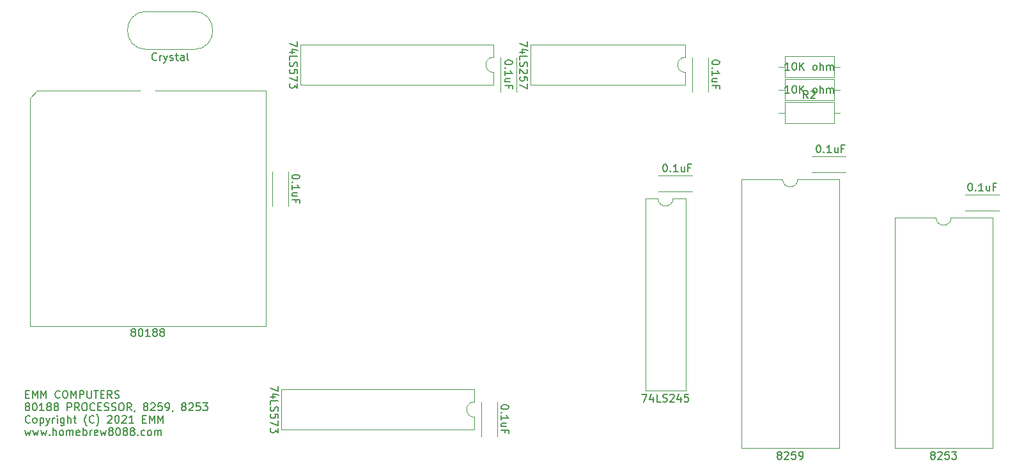
<source format=gbr>
G04 #@! TF.GenerationSoftware,KiCad,Pcbnew,(5.1.8)-1*
G04 #@! TF.CreationDate,2021-11-26T20:47:01-07:00*
G04 #@! TF.ProjectId,80188,38303138-382e-46b6-9963-61645f706362,rev?*
G04 #@! TF.SameCoordinates,Original*
G04 #@! TF.FileFunction,Legend,Top*
G04 #@! TF.FilePolarity,Positive*
%FSLAX46Y46*%
G04 Gerber Fmt 4.6, Leading zero omitted, Abs format (unit mm)*
G04 Created by KiCad (PCBNEW (5.1.8)-1) date 2021-11-26 20:47:01*
%MOMM*%
%LPD*%
G01*
G04 APERTURE LIST*
%ADD10C,0.150000*%
%ADD11C,0.120000*%
G04 APERTURE END LIST*
D10*
X47571975Y-111220171D02*
X47905308Y-111220171D01*
X48048165Y-111743980D02*
X47571975Y-111743980D01*
X47571975Y-110743980D01*
X48048165Y-110743980D01*
X48476737Y-111743980D02*
X48476737Y-110743980D01*
X48810070Y-111458266D01*
X49143403Y-110743980D01*
X49143403Y-111743980D01*
X49619594Y-111743980D02*
X49619594Y-110743980D01*
X49952927Y-111458266D01*
X50286260Y-110743980D01*
X50286260Y-111743980D01*
X52095784Y-111648742D02*
X52048165Y-111696361D01*
X51905308Y-111743980D01*
X51810070Y-111743980D01*
X51667213Y-111696361D01*
X51571975Y-111601123D01*
X51524356Y-111505885D01*
X51476737Y-111315409D01*
X51476737Y-111172552D01*
X51524356Y-110982076D01*
X51571975Y-110886838D01*
X51667213Y-110791600D01*
X51810070Y-110743980D01*
X51905308Y-110743980D01*
X52048165Y-110791600D01*
X52095784Y-110839219D01*
X52714832Y-110743980D02*
X52905308Y-110743980D01*
X53000546Y-110791600D01*
X53095784Y-110886838D01*
X53143403Y-111077314D01*
X53143403Y-111410647D01*
X53095784Y-111601123D01*
X53000546Y-111696361D01*
X52905308Y-111743980D01*
X52714832Y-111743980D01*
X52619594Y-111696361D01*
X52524356Y-111601123D01*
X52476737Y-111410647D01*
X52476737Y-111077314D01*
X52524356Y-110886838D01*
X52619594Y-110791600D01*
X52714832Y-110743980D01*
X53571975Y-111743980D02*
X53571975Y-110743980D01*
X53905308Y-111458266D01*
X54238641Y-110743980D01*
X54238641Y-111743980D01*
X54714832Y-111743980D02*
X54714832Y-110743980D01*
X55095784Y-110743980D01*
X55191022Y-110791600D01*
X55238641Y-110839219D01*
X55286260Y-110934457D01*
X55286260Y-111077314D01*
X55238641Y-111172552D01*
X55191022Y-111220171D01*
X55095784Y-111267790D01*
X54714832Y-111267790D01*
X55714832Y-110743980D02*
X55714832Y-111553504D01*
X55762451Y-111648742D01*
X55810070Y-111696361D01*
X55905308Y-111743980D01*
X56095784Y-111743980D01*
X56191022Y-111696361D01*
X56238641Y-111648742D01*
X56286260Y-111553504D01*
X56286260Y-110743980D01*
X56619594Y-110743980D02*
X57191022Y-110743980D01*
X56905308Y-111743980D02*
X56905308Y-110743980D01*
X57524356Y-111220171D02*
X57857689Y-111220171D01*
X58000546Y-111743980D02*
X57524356Y-111743980D01*
X57524356Y-110743980D01*
X58000546Y-110743980D01*
X59000546Y-111743980D02*
X58667213Y-111267790D01*
X58429118Y-111743980D02*
X58429118Y-110743980D01*
X58810070Y-110743980D01*
X58905308Y-110791600D01*
X58952927Y-110839219D01*
X59000546Y-110934457D01*
X59000546Y-111077314D01*
X58952927Y-111172552D01*
X58905308Y-111220171D01*
X58810070Y-111267790D01*
X58429118Y-111267790D01*
X59381499Y-111696361D02*
X59524356Y-111743980D01*
X59762451Y-111743980D01*
X59857689Y-111696361D01*
X59905308Y-111648742D01*
X59952927Y-111553504D01*
X59952927Y-111458266D01*
X59905308Y-111363028D01*
X59857689Y-111315409D01*
X59762451Y-111267790D01*
X59571975Y-111220171D01*
X59476737Y-111172552D01*
X59429118Y-111124933D01*
X59381499Y-111029695D01*
X59381499Y-110934457D01*
X59429118Y-110839219D01*
X59476737Y-110791600D01*
X59571975Y-110743980D01*
X59810070Y-110743980D01*
X59952927Y-110791600D01*
X47714832Y-112822552D02*
X47619594Y-112774933D01*
X47571975Y-112727314D01*
X47524356Y-112632076D01*
X47524356Y-112584457D01*
X47571975Y-112489219D01*
X47619594Y-112441600D01*
X47714832Y-112393980D01*
X47905308Y-112393980D01*
X48000546Y-112441600D01*
X48048165Y-112489219D01*
X48095784Y-112584457D01*
X48095784Y-112632076D01*
X48048165Y-112727314D01*
X48000546Y-112774933D01*
X47905308Y-112822552D01*
X47714832Y-112822552D01*
X47619594Y-112870171D01*
X47571975Y-112917790D01*
X47524356Y-113013028D01*
X47524356Y-113203504D01*
X47571975Y-113298742D01*
X47619594Y-113346361D01*
X47714832Y-113393980D01*
X47905308Y-113393980D01*
X48000546Y-113346361D01*
X48048165Y-113298742D01*
X48095784Y-113203504D01*
X48095784Y-113013028D01*
X48048165Y-112917790D01*
X48000546Y-112870171D01*
X47905308Y-112822552D01*
X48714832Y-112393980D02*
X48810070Y-112393980D01*
X48905308Y-112441600D01*
X48952927Y-112489219D01*
X49000546Y-112584457D01*
X49048165Y-112774933D01*
X49048165Y-113013028D01*
X49000546Y-113203504D01*
X48952927Y-113298742D01*
X48905308Y-113346361D01*
X48810070Y-113393980D01*
X48714832Y-113393980D01*
X48619594Y-113346361D01*
X48571975Y-113298742D01*
X48524356Y-113203504D01*
X48476737Y-113013028D01*
X48476737Y-112774933D01*
X48524356Y-112584457D01*
X48571975Y-112489219D01*
X48619594Y-112441600D01*
X48714832Y-112393980D01*
X50000546Y-113393980D02*
X49429118Y-113393980D01*
X49714832Y-113393980D02*
X49714832Y-112393980D01*
X49619594Y-112536838D01*
X49524356Y-112632076D01*
X49429118Y-112679695D01*
X50571975Y-112822552D02*
X50476737Y-112774933D01*
X50429118Y-112727314D01*
X50381499Y-112632076D01*
X50381499Y-112584457D01*
X50429118Y-112489219D01*
X50476737Y-112441600D01*
X50571975Y-112393980D01*
X50762451Y-112393980D01*
X50857689Y-112441600D01*
X50905308Y-112489219D01*
X50952927Y-112584457D01*
X50952927Y-112632076D01*
X50905308Y-112727314D01*
X50857689Y-112774933D01*
X50762451Y-112822552D01*
X50571975Y-112822552D01*
X50476737Y-112870171D01*
X50429118Y-112917790D01*
X50381499Y-113013028D01*
X50381499Y-113203504D01*
X50429118Y-113298742D01*
X50476737Y-113346361D01*
X50571975Y-113393980D01*
X50762451Y-113393980D01*
X50857689Y-113346361D01*
X50905308Y-113298742D01*
X50952927Y-113203504D01*
X50952927Y-113013028D01*
X50905308Y-112917790D01*
X50857689Y-112870171D01*
X50762451Y-112822552D01*
X51524356Y-112822552D02*
X51429118Y-112774933D01*
X51381499Y-112727314D01*
X51333880Y-112632076D01*
X51333880Y-112584457D01*
X51381499Y-112489219D01*
X51429118Y-112441600D01*
X51524356Y-112393980D01*
X51714832Y-112393980D01*
X51810070Y-112441600D01*
X51857689Y-112489219D01*
X51905308Y-112584457D01*
X51905308Y-112632076D01*
X51857689Y-112727314D01*
X51810070Y-112774933D01*
X51714832Y-112822552D01*
X51524356Y-112822552D01*
X51429118Y-112870171D01*
X51381499Y-112917790D01*
X51333880Y-113013028D01*
X51333880Y-113203504D01*
X51381499Y-113298742D01*
X51429118Y-113346361D01*
X51524356Y-113393980D01*
X51714832Y-113393980D01*
X51810070Y-113346361D01*
X51857689Y-113298742D01*
X51905308Y-113203504D01*
X51905308Y-113013028D01*
X51857689Y-112917790D01*
X51810070Y-112870171D01*
X51714832Y-112822552D01*
X53095784Y-113393980D02*
X53095784Y-112393980D01*
X53476737Y-112393980D01*
X53571975Y-112441600D01*
X53619594Y-112489219D01*
X53667213Y-112584457D01*
X53667213Y-112727314D01*
X53619594Y-112822552D01*
X53571975Y-112870171D01*
X53476737Y-112917790D01*
X53095784Y-112917790D01*
X54667213Y-113393980D02*
X54333880Y-112917790D01*
X54095784Y-113393980D02*
X54095784Y-112393980D01*
X54476737Y-112393980D01*
X54571975Y-112441600D01*
X54619594Y-112489219D01*
X54667213Y-112584457D01*
X54667213Y-112727314D01*
X54619594Y-112822552D01*
X54571975Y-112870171D01*
X54476737Y-112917790D01*
X54095784Y-112917790D01*
X55286260Y-112393980D02*
X55476737Y-112393980D01*
X55571975Y-112441600D01*
X55667213Y-112536838D01*
X55714832Y-112727314D01*
X55714832Y-113060647D01*
X55667213Y-113251123D01*
X55571975Y-113346361D01*
X55476737Y-113393980D01*
X55286260Y-113393980D01*
X55191022Y-113346361D01*
X55095784Y-113251123D01*
X55048165Y-113060647D01*
X55048165Y-112727314D01*
X55095784Y-112536838D01*
X55191022Y-112441600D01*
X55286260Y-112393980D01*
X56714832Y-113298742D02*
X56667213Y-113346361D01*
X56524356Y-113393980D01*
X56429118Y-113393980D01*
X56286260Y-113346361D01*
X56191022Y-113251123D01*
X56143403Y-113155885D01*
X56095784Y-112965409D01*
X56095784Y-112822552D01*
X56143403Y-112632076D01*
X56191022Y-112536838D01*
X56286260Y-112441600D01*
X56429118Y-112393980D01*
X56524356Y-112393980D01*
X56667213Y-112441600D01*
X56714832Y-112489219D01*
X57143403Y-112870171D02*
X57476737Y-112870171D01*
X57619594Y-113393980D02*
X57143403Y-113393980D01*
X57143403Y-112393980D01*
X57619594Y-112393980D01*
X58000546Y-113346361D02*
X58143403Y-113393980D01*
X58381499Y-113393980D01*
X58476737Y-113346361D01*
X58524356Y-113298742D01*
X58571975Y-113203504D01*
X58571975Y-113108266D01*
X58524356Y-113013028D01*
X58476737Y-112965409D01*
X58381499Y-112917790D01*
X58191022Y-112870171D01*
X58095784Y-112822552D01*
X58048165Y-112774933D01*
X58000546Y-112679695D01*
X58000546Y-112584457D01*
X58048165Y-112489219D01*
X58095784Y-112441600D01*
X58191022Y-112393980D01*
X58429118Y-112393980D01*
X58571975Y-112441600D01*
X58952927Y-113346361D02*
X59095784Y-113393980D01*
X59333880Y-113393980D01*
X59429118Y-113346361D01*
X59476737Y-113298742D01*
X59524356Y-113203504D01*
X59524356Y-113108266D01*
X59476737Y-113013028D01*
X59429118Y-112965409D01*
X59333880Y-112917790D01*
X59143403Y-112870171D01*
X59048165Y-112822552D01*
X59000546Y-112774933D01*
X58952927Y-112679695D01*
X58952927Y-112584457D01*
X59000546Y-112489219D01*
X59048165Y-112441600D01*
X59143403Y-112393980D01*
X59381499Y-112393980D01*
X59524356Y-112441600D01*
X60143403Y-112393980D02*
X60333880Y-112393980D01*
X60429118Y-112441600D01*
X60524356Y-112536838D01*
X60571975Y-112727314D01*
X60571975Y-113060647D01*
X60524356Y-113251123D01*
X60429118Y-113346361D01*
X60333880Y-113393980D01*
X60143403Y-113393980D01*
X60048165Y-113346361D01*
X59952927Y-113251123D01*
X59905308Y-113060647D01*
X59905308Y-112727314D01*
X59952927Y-112536838D01*
X60048165Y-112441600D01*
X60143403Y-112393980D01*
X61571975Y-113393980D02*
X61238641Y-112917790D01*
X61000546Y-113393980D02*
X61000546Y-112393980D01*
X61381499Y-112393980D01*
X61476737Y-112441600D01*
X61524356Y-112489219D01*
X61571975Y-112584457D01*
X61571975Y-112727314D01*
X61524356Y-112822552D01*
X61476737Y-112870171D01*
X61381499Y-112917790D01*
X61000546Y-112917790D01*
X62048165Y-113346361D02*
X62048165Y-113393980D01*
X62000546Y-113489219D01*
X61952927Y-113536838D01*
X63381499Y-112822552D02*
X63286260Y-112774933D01*
X63238641Y-112727314D01*
X63191022Y-112632076D01*
X63191022Y-112584457D01*
X63238641Y-112489219D01*
X63286260Y-112441600D01*
X63381499Y-112393980D01*
X63571975Y-112393980D01*
X63667213Y-112441600D01*
X63714832Y-112489219D01*
X63762451Y-112584457D01*
X63762451Y-112632076D01*
X63714832Y-112727314D01*
X63667213Y-112774933D01*
X63571975Y-112822552D01*
X63381499Y-112822552D01*
X63286260Y-112870171D01*
X63238641Y-112917790D01*
X63191022Y-113013028D01*
X63191022Y-113203504D01*
X63238641Y-113298742D01*
X63286260Y-113346361D01*
X63381499Y-113393980D01*
X63571975Y-113393980D01*
X63667213Y-113346361D01*
X63714832Y-113298742D01*
X63762451Y-113203504D01*
X63762451Y-113013028D01*
X63714832Y-112917790D01*
X63667213Y-112870171D01*
X63571975Y-112822552D01*
X64143403Y-112489219D02*
X64191022Y-112441600D01*
X64286260Y-112393980D01*
X64524356Y-112393980D01*
X64619594Y-112441600D01*
X64667213Y-112489219D01*
X64714832Y-112584457D01*
X64714832Y-112679695D01*
X64667213Y-112822552D01*
X64095784Y-113393980D01*
X64714832Y-113393980D01*
X65619594Y-112393980D02*
X65143403Y-112393980D01*
X65095784Y-112870171D01*
X65143403Y-112822552D01*
X65238641Y-112774933D01*
X65476737Y-112774933D01*
X65571975Y-112822552D01*
X65619594Y-112870171D01*
X65667213Y-112965409D01*
X65667213Y-113203504D01*
X65619594Y-113298742D01*
X65571975Y-113346361D01*
X65476737Y-113393980D01*
X65238641Y-113393980D01*
X65143403Y-113346361D01*
X65095784Y-113298742D01*
X66143403Y-113393980D02*
X66333880Y-113393980D01*
X66429118Y-113346361D01*
X66476737Y-113298742D01*
X66571975Y-113155885D01*
X66619594Y-112965409D01*
X66619594Y-112584457D01*
X66571975Y-112489219D01*
X66524356Y-112441600D01*
X66429118Y-112393980D01*
X66238641Y-112393980D01*
X66143403Y-112441600D01*
X66095784Y-112489219D01*
X66048165Y-112584457D01*
X66048165Y-112822552D01*
X66095784Y-112917790D01*
X66143403Y-112965409D01*
X66238641Y-113013028D01*
X66429118Y-113013028D01*
X66524356Y-112965409D01*
X66571975Y-112917790D01*
X66619594Y-112822552D01*
X67095784Y-113346361D02*
X67095784Y-113393980D01*
X67048165Y-113489219D01*
X67000546Y-113536838D01*
X68429118Y-112822552D02*
X68333880Y-112774933D01*
X68286260Y-112727314D01*
X68238641Y-112632076D01*
X68238641Y-112584457D01*
X68286260Y-112489219D01*
X68333880Y-112441600D01*
X68429118Y-112393980D01*
X68619594Y-112393980D01*
X68714832Y-112441600D01*
X68762451Y-112489219D01*
X68810070Y-112584457D01*
X68810070Y-112632076D01*
X68762451Y-112727314D01*
X68714832Y-112774933D01*
X68619594Y-112822552D01*
X68429118Y-112822552D01*
X68333880Y-112870171D01*
X68286260Y-112917790D01*
X68238641Y-113013028D01*
X68238641Y-113203504D01*
X68286260Y-113298742D01*
X68333880Y-113346361D01*
X68429118Y-113393980D01*
X68619594Y-113393980D01*
X68714832Y-113346361D01*
X68762451Y-113298742D01*
X68810070Y-113203504D01*
X68810070Y-113013028D01*
X68762451Y-112917790D01*
X68714832Y-112870171D01*
X68619594Y-112822552D01*
X69191022Y-112489219D02*
X69238641Y-112441600D01*
X69333880Y-112393980D01*
X69571975Y-112393980D01*
X69667213Y-112441600D01*
X69714832Y-112489219D01*
X69762451Y-112584457D01*
X69762451Y-112679695D01*
X69714832Y-112822552D01*
X69143403Y-113393980D01*
X69762451Y-113393980D01*
X70667213Y-112393980D02*
X70191022Y-112393980D01*
X70143403Y-112870171D01*
X70191022Y-112822552D01*
X70286260Y-112774933D01*
X70524356Y-112774933D01*
X70619594Y-112822552D01*
X70667213Y-112870171D01*
X70714832Y-112965409D01*
X70714832Y-113203504D01*
X70667213Y-113298742D01*
X70619594Y-113346361D01*
X70524356Y-113393980D01*
X70286260Y-113393980D01*
X70191022Y-113346361D01*
X70143403Y-113298742D01*
X71048165Y-112393980D02*
X71667213Y-112393980D01*
X71333880Y-112774933D01*
X71476737Y-112774933D01*
X71571975Y-112822552D01*
X71619594Y-112870171D01*
X71667213Y-112965409D01*
X71667213Y-113203504D01*
X71619594Y-113298742D01*
X71571975Y-113346361D01*
X71476737Y-113393980D01*
X71191022Y-113393980D01*
X71095784Y-113346361D01*
X71048165Y-113298742D01*
X48143403Y-114948742D02*
X48095784Y-114996361D01*
X47952927Y-115043980D01*
X47857689Y-115043980D01*
X47714832Y-114996361D01*
X47619594Y-114901123D01*
X47571975Y-114805885D01*
X47524356Y-114615409D01*
X47524356Y-114472552D01*
X47571975Y-114282076D01*
X47619594Y-114186838D01*
X47714832Y-114091600D01*
X47857689Y-114043980D01*
X47952927Y-114043980D01*
X48095784Y-114091600D01*
X48143403Y-114139219D01*
X48714832Y-115043980D02*
X48619594Y-114996361D01*
X48571975Y-114948742D01*
X48524356Y-114853504D01*
X48524356Y-114567790D01*
X48571975Y-114472552D01*
X48619594Y-114424933D01*
X48714832Y-114377314D01*
X48857689Y-114377314D01*
X48952927Y-114424933D01*
X49000546Y-114472552D01*
X49048165Y-114567790D01*
X49048165Y-114853504D01*
X49000546Y-114948742D01*
X48952927Y-114996361D01*
X48857689Y-115043980D01*
X48714832Y-115043980D01*
X49476737Y-114377314D02*
X49476737Y-115377314D01*
X49476737Y-114424933D02*
X49571975Y-114377314D01*
X49762451Y-114377314D01*
X49857689Y-114424933D01*
X49905308Y-114472552D01*
X49952927Y-114567790D01*
X49952927Y-114853504D01*
X49905308Y-114948742D01*
X49857689Y-114996361D01*
X49762451Y-115043980D01*
X49571975Y-115043980D01*
X49476737Y-114996361D01*
X50286260Y-114377314D02*
X50524356Y-115043980D01*
X50762451Y-114377314D02*
X50524356Y-115043980D01*
X50429118Y-115282076D01*
X50381499Y-115329695D01*
X50286260Y-115377314D01*
X51143403Y-115043980D02*
X51143403Y-114377314D01*
X51143403Y-114567790D02*
X51191022Y-114472552D01*
X51238641Y-114424933D01*
X51333880Y-114377314D01*
X51429118Y-114377314D01*
X51762451Y-115043980D02*
X51762451Y-114377314D01*
X51762451Y-114043980D02*
X51714832Y-114091600D01*
X51762451Y-114139219D01*
X51810070Y-114091600D01*
X51762451Y-114043980D01*
X51762451Y-114139219D01*
X52667213Y-114377314D02*
X52667213Y-115186838D01*
X52619594Y-115282076D01*
X52571975Y-115329695D01*
X52476737Y-115377314D01*
X52333880Y-115377314D01*
X52238641Y-115329695D01*
X52667213Y-114996361D02*
X52571975Y-115043980D01*
X52381499Y-115043980D01*
X52286260Y-114996361D01*
X52238641Y-114948742D01*
X52191022Y-114853504D01*
X52191022Y-114567790D01*
X52238641Y-114472552D01*
X52286260Y-114424933D01*
X52381499Y-114377314D01*
X52571975Y-114377314D01*
X52667213Y-114424933D01*
X53143403Y-115043980D02*
X53143403Y-114043980D01*
X53571975Y-115043980D02*
X53571975Y-114520171D01*
X53524356Y-114424933D01*
X53429118Y-114377314D01*
X53286260Y-114377314D01*
X53191022Y-114424933D01*
X53143403Y-114472552D01*
X53905308Y-114377314D02*
X54286260Y-114377314D01*
X54048165Y-114043980D02*
X54048165Y-114901123D01*
X54095784Y-114996361D01*
X54191022Y-115043980D01*
X54286260Y-115043980D01*
X55667213Y-115424933D02*
X55619594Y-115377314D01*
X55524356Y-115234457D01*
X55476737Y-115139219D01*
X55429118Y-114996361D01*
X55381499Y-114758266D01*
X55381499Y-114567790D01*
X55429118Y-114329695D01*
X55476737Y-114186838D01*
X55524356Y-114091600D01*
X55619594Y-113948742D01*
X55667213Y-113901123D01*
X56619594Y-114948742D02*
X56571975Y-114996361D01*
X56429118Y-115043980D01*
X56333880Y-115043980D01*
X56191022Y-114996361D01*
X56095784Y-114901123D01*
X56048165Y-114805885D01*
X56000546Y-114615409D01*
X56000546Y-114472552D01*
X56048165Y-114282076D01*
X56095784Y-114186838D01*
X56191022Y-114091600D01*
X56333880Y-114043980D01*
X56429118Y-114043980D01*
X56571975Y-114091600D01*
X56619594Y-114139219D01*
X56952927Y-115424933D02*
X57000546Y-115377314D01*
X57095784Y-115234457D01*
X57143403Y-115139219D01*
X57191022Y-114996361D01*
X57238641Y-114758266D01*
X57238641Y-114567790D01*
X57191022Y-114329695D01*
X57143403Y-114186838D01*
X57095784Y-114091600D01*
X57000546Y-113948742D01*
X56952927Y-113901123D01*
X58429118Y-114139219D02*
X58476737Y-114091600D01*
X58571975Y-114043980D01*
X58810070Y-114043980D01*
X58905308Y-114091600D01*
X58952927Y-114139219D01*
X59000546Y-114234457D01*
X59000546Y-114329695D01*
X58952927Y-114472552D01*
X58381499Y-115043980D01*
X59000546Y-115043980D01*
X59619594Y-114043980D02*
X59714832Y-114043980D01*
X59810070Y-114091600D01*
X59857689Y-114139219D01*
X59905308Y-114234457D01*
X59952927Y-114424933D01*
X59952927Y-114663028D01*
X59905308Y-114853504D01*
X59857689Y-114948742D01*
X59810070Y-114996361D01*
X59714832Y-115043980D01*
X59619594Y-115043980D01*
X59524356Y-114996361D01*
X59476737Y-114948742D01*
X59429118Y-114853504D01*
X59381499Y-114663028D01*
X59381499Y-114424933D01*
X59429118Y-114234457D01*
X59476737Y-114139219D01*
X59524356Y-114091600D01*
X59619594Y-114043980D01*
X60333880Y-114139219D02*
X60381499Y-114091600D01*
X60476737Y-114043980D01*
X60714832Y-114043980D01*
X60810070Y-114091600D01*
X60857689Y-114139219D01*
X60905308Y-114234457D01*
X60905308Y-114329695D01*
X60857689Y-114472552D01*
X60286260Y-115043980D01*
X60905308Y-115043980D01*
X61857689Y-115043980D02*
X61286260Y-115043980D01*
X61571975Y-115043980D02*
X61571975Y-114043980D01*
X61476737Y-114186838D01*
X61381499Y-114282076D01*
X61286260Y-114329695D01*
X63048165Y-114520171D02*
X63381499Y-114520171D01*
X63524356Y-115043980D02*
X63048165Y-115043980D01*
X63048165Y-114043980D01*
X63524356Y-114043980D01*
X63952927Y-115043980D02*
X63952927Y-114043980D01*
X64286260Y-114758266D01*
X64619594Y-114043980D01*
X64619594Y-115043980D01*
X65095784Y-115043980D02*
X65095784Y-114043980D01*
X65429118Y-114758266D01*
X65762451Y-114043980D01*
X65762451Y-115043980D01*
X47476737Y-116027314D02*
X47667213Y-116693980D01*
X47857689Y-116217790D01*
X48048165Y-116693980D01*
X48238641Y-116027314D01*
X48524356Y-116027314D02*
X48714832Y-116693980D01*
X48905308Y-116217790D01*
X49095784Y-116693980D01*
X49286260Y-116027314D01*
X49571975Y-116027314D02*
X49762451Y-116693980D01*
X49952927Y-116217790D01*
X50143403Y-116693980D01*
X50333880Y-116027314D01*
X50714832Y-116598742D02*
X50762451Y-116646361D01*
X50714832Y-116693980D01*
X50667213Y-116646361D01*
X50714832Y-116598742D01*
X50714832Y-116693980D01*
X51191022Y-116693980D02*
X51191022Y-115693980D01*
X51619594Y-116693980D02*
X51619594Y-116170171D01*
X51571975Y-116074933D01*
X51476737Y-116027314D01*
X51333880Y-116027314D01*
X51238641Y-116074933D01*
X51191022Y-116122552D01*
X52238641Y-116693980D02*
X52143403Y-116646361D01*
X52095784Y-116598742D01*
X52048165Y-116503504D01*
X52048165Y-116217790D01*
X52095784Y-116122552D01*
X52143403Y-116074933D01*
X52238641Y-116027314D01*
X52381499Y-116027314D01*
X52476737Y-116074933D01*
X52524356Y-116122552D01*
X52571975Y-116217790D01*
X52571975Y-116503504D01*
X52524356Y-116598742D01*
X52476737Y-116646361D01*
X52381499Y-116693980D01*
X52238641Y-116693980D01*
X53000546Y-116693980D02*
X53000546Y-116027314D01*
X53000546Y-116122552D02*
X53048165Y-116074933D01*
X53143403Y-116027314D01*
X53286260Y-116027314D01*
X53381499Y-116074933D01*
X53429118Y-116170171D01*
X53429118Y-116693980D01*
X53429118Y-116170171D02*
X53476737Y-116074933D01*
X53571975Y-116027314D01*
X53714832Y-116027314D01*
X53810070Y-116074933D01*
X53857689Y-116170171D01*
X53857689Y-116693980D01*
X54714832Y-116646361D02*
X54619594Y-116693980D01*
X54429118Y-116693980D01*
X54333880Y-116646361D01*
X54286260Y-116551123D01*
X54286260Y-116170171D01*
X54333880Y-116074933D01*
X54429118Y-116027314D01*
X54619594Y-116027314D01*
X54714832Y-116074933D01*
X54762451Y-116170171D01*
X54762451Y-116265409D01*
X54286260Y-116360647D01*
X55191022Y-116693980D02*
X55191022Y-115693980D01*
X55191022Y-116074933D02*
X55286260Y-116027314D01*
X55476737Y-116027314D01*
X55571975Y-116074933D01*
X55619594Y-116122552D01*
X55667213Y-116217790D01*
X55667213Y-116503504D01*
X55619594Y-116598742D01*
X55571975Y-116646361D01*
X55476737Y-116693980D01*
X55286260Y-116693980D01*
X55191022Y-116646361D01*
X56095784Y-116693980D02*
X56095784Y-116027314D01*
X56095784Y-116217790D02*
X56143403Y-116122552D01*
X56191022Y-116074933D01*
X56286260Y-116027314D01*
X56381499Y-116027314D01*
X57095784Y-116646361D02*
X57000546Y-116693980D01*
X56810070Y-116693980D01*
X56714832Y-116646361D01*
X56667213Y-116551123D01*
X56667213Y-116170171D01*
X56714832Y-116074933D01*
X56810070Y-116027314D01*
X57000546Y-116027314D01*
X57095784Y-116074933D01*
X57143403Y-116170171D01*
X57143403Y-116265409D01*
X56667213Y-116360647D01*
X57476737Y-116027314D02*
X57667213Y-116693980D01*
X57857689Y-116217790D01*
X58048165Y-116693980D01*
X58238641Y-116027314D01*
X58762451Y-116122552D02*
X58667213Y-116074933D01*
X58619594Y-116027314D01*
X58571975Y-115932076D01*
X58571975Y-115884457D01*
X58619594Y-115789219D01*
X58667213Y-115741600D01*
X58762451Y-115693980D01*
X58952927Y-115693980D01*
X59048165Y-115741600D01*
X59095784Y-115789219D01*
X59143403Y-115884457D01*
X59143403Y-115932076D01*
X59095784Y-116027314D01*
X59048165Y-116074933D01*
X58952927Y-116122552D01*
X58762451Y-116122552D01*
X58667213Y-116170171D01*
X58619594Y-116217790D01*
X58571975Y-116313028D01*
X58571975Y-116503504D01*
X58619594Y-116598742D01*
X58667213Y-116646361D01*
X58762451Y-116693980D01*
X58952927Y-116693980D01*
X59048165Y-116646361D01*
X59095784Y-116598742D01*
X59143403Y-116503504D01*
X59143403Y-116313028D01*
X59095784Y-116217790D01*
X59048165Y-116170171D01*
X58952927Y-116122552D01*
X59762451Y-115693980D02*
X59857689Y-115693980D01*
X59952927Y-115741600D01*
X60000546Y-115789219D01*
X60048165Y-115884457D01*
X60095784Y-116074933D01*
X60095784Y-116313028D01*
X60048165Y-116503504D01*
X60000546Y-116598742D01*
X59952927Y-116646361D01*
X59857689Y-116693980D01*
X59762451Y-116693980D01*
X59667213Y-116646361D01*
X59619594Y-116598742D01*
X59571975Y-116503504D01*
X59524356Y-116313028D01*
X59524356Y-116074933D01*
X59571975Y-115884457D01*
X59619594Y-115789219D01*
X59667213Y-115741600D01*
X59762451Y-115693980D01*
X60667213Y-116122552D02*
X60571975Y-116074933D01*
X60524356Y-116027314D01*
X60476737Y-115932076D01*
X60476737Y-115884457D01*
X60524356Y-115789219D01*
X60571975Y-115741600D01*
X60667213Y-115693980D01*
X60857689Y-115693980D01*
X60952927Y-115741600D01*
X61000546Y-115789219D01*
X61048165Y-115884457D01*
X61048165Y-115932076D01*
X61000546Y-116027314D01*
X60952927Y-116074933D01*
X60857689Y-116122552D01*
X60667213Y-116122552D01*
X60571975Y-116170171D01*
X60524356Y-116217790D01*
X60476737Y-116313028D01*
X60476737Y-116503504D01*
X60524356Y-116598742D01*
X60571975Y-116646361D01*
X60667213Y-116693980D01*
X60857689Y-116693980D01*
X60952927Y-116646361D01*
X61000546Y-116598742D01*
X61048165Y-116503504D01*
X61048165Y-116313028D01*
X61000546Y-116217790D01*
X60952927Y-116170171D01*
X60857689Y-116122552D01*
X61619594Y-116122552D02*
X61524356Y-116074933D01*
X61476737Y-116027314D01*
X61429118Y-115932076D01*
X61429118Y-115884457D01*
X61476737Y-115789219D01*
X61524356Y-115741600D01*
X61619594Y-115693980D01*
X61810070Y-115693980D01*
X61905308Y-115741600D01*
X61952927Y-115789219D01*
X62000546Y-115884457D01*
X62000546Y-115932076D01*
X61952927Y-116027314D01*
X61905308Y-116074933D01*
X61810070Y-116122552D01*
X61619594Y-116122552D01*
X61524356Y-116170171D01*
X61476737Y-116217790D01*
X61429118Y-116313028D01*
X61429118Y-116503504D01*
X61476737Y-116598742D01*
X61524356Y-116646361D01*
X61619594Y-116693980D01*
X61810070Y-116693980D01*
X61905308Y-116646361D01*
X61952927Y-116598742D01*
X62000546Y-116503504D01*
X62000546Y-116313028D01*
X61952927Y-116217790D01*
X61905308Y-116170171D01*
X61810070Y-116122552D01*
X62429118Y-116598742D02*
X62476737Y-116646361D01*
X62429118Y-116693980D01*
X62381499Y-116646361D01*
X62429118Y-116598742D01*
X62429118Y-116693980D01*
X63333879Y-116646361D02*
X63238641Y-116693980D01*
X63048165Y-116693980D01*
X62952927Y-116646361D01*
X62905308Y-116598742D01*
X62857689Y-116503504D01*
X62857689Y-116217790D01*
X62905308Y-116122552D01*
X62952927Y-116074933D01*
X63048165Y-116027314D01*
X63238641Y-116027314D01*
X63333879Y-116074933D01*
X63905308Y-116693980D02*
X63810070Y-116646361D01*
X63762451Y-116598742D01*
X63714832Y-116503504D01*
X63714832Y-116217790D01*
X63762451Y-116122552D01*
X63810070Y-116074933D01*
X63905308Y-116027314D01*
X64048165Y-116027314D01*
X64143403Y-116074933D01*
X64191022Y-116122552D01*
X64238641Y-116217790D01*
X64238641Y-116503504D01*
X64191022Y-116598742D01*
X64143403Y-116646361D01*
X64048165Y-116693980D01*
X63905308Y-116693980D01*
X64667213Y-116693980D02*
X64667213Y-116027314D01*
X64667213Y-116122552D02*
X64714832Y-116074933D01*
X64810070Y-116027314D01*
X64952927Y-116027314D01*
X65048165Y-116074933D01*
X65095784Y-116170171D01*
X65095784Y-116693980D01*
X65095784Y-116170171D02*
X65143403Y-116074933D01*
X65238641Y-116027314D01*
X65381499Y-116027314D01*
X65476737Y-116074933D01*
X65524356Y-116170171D01*
X65524356Y-116693980D01*
D11*
G04 #@! TO.C,R2*
X155416380Y-73888600D02*
X154646380Y-73888600D01*
X147336380Y-73888600D02*
X148106380Y-73888600D01*
X154646380Y-72518600D02*
X148106380Y-72518600D01*
X154646380Y-75258600D02*
X154646380Y-72518600D01*
X148106380Y-75258600D02*
X154646380Y-75258600D01*
X148106380Y-72518600D02*
X148106380Y-75258600D01*
G04 #@! TO.C,Y1*
X63579380Y-65491600D02*
X69829380Y-65491600D01*
X63579380Y-60441600D02*
X69829380Y-60441600D01*
X69829380Y-65491600D02*
G75*
G03*
X69829380Y-60441600I0J2525000D01*
G01*
X63579380Y-65491600D02*
G75*
G02*
X63579380Y-60441600I0J2525000D01*
G01*
G04 #@! TO.C,80188*
X79371380Y-70963600D02*
X64746380Y-70963600D01*
X79371380Y-102213600D02*
X79371380Y-70963600D01*
X48121380Y-102213600D02*
X79371380Y-102213600D01*
X48121380Y-71963600D02*
X48121380Y-102213600D01*
X49121380Y-70963600D02*
X48121380Y-71963600D01*
X62746380Y-70963600D02*
X49121380Y-70963600D01*
G04 #@! TO.C,U8*
X134926380Y-70188600D02*
X134926380Y-68538600D01*
X114486380Y-70188600D02*
X134926380Y-70188600D01*
X114486380Y-64888600D02*
X114486380Y-70188600D01*
X134926380Y-64888600D02*
X114486380Y-64888600D01*
X134926380Y-66538600D02*
X134926380Y-64888600D01*
X134926380Y-68538600D02*
G75*
G02*
X134926380Y-66538600I0J1000000D01*
G01*
G04 #@! TO.C,U7*
X175616380Y-87798600D02*
X170156380Y-87798600D01*
X175616380Y-118398600D02*
X175616380Y-87798600D01*
X162696380Y-118398600D02*
X175616380Y-118398600D01*
X162696380Y-87798600D02*
X162696380Y-118398600D01*
X168156380Y-87798600D02*
X162696380Y-87798600D01*
X170156380Y-87798600D02*
G75*
G02*
X168156380Y-87798600I-1000000J0D01*
G01*
G04 #@! TO.C,U6*
X155296380Y-82718600D02*
X149836380Y-82718600D01*
X155296380Y-118398600D02*
X155296380Y-82718600D01*
X142376380Y-118398600D02*
X155296380Y-118398600D01*
X142376380Y-82718600D02*
X142376380Y-118398600D01*
X147836380Y-82718600D02*
X142376380Y-82718600D01*
X149836380Y-82718600D02*
G75*
G02*
X147836380Y-82718600I-1000000J0D01*
G01*
G04 #@! TO.C,R5*
X155416380Y-67792600D02*
X154646380Y-67792600D01*
X147336380Y-67792600D02*
X148106380Y-67792600D01*
X154646380Y-66422600D02*
X148106380Y-66422600D01*
X154646380Y-69162600D02*
X154646380Y-66422600D01*
X148106380Y-69162600D02*
X154646380Y-69162600D01*
X148106380Y-66422600D02*
X148106380Y-69162600D01*
G04 #@! TO.C,R1*
X155416380Y-70840600D02*
X154646380Y-70840600D01*
X147336380Y-70840600D02*
X148106380Y-70840600D01*
X154646380Y-69470600D02*
X148106380Y-69470600D01*
X154646380Y-72210600D02*
X154646380Y-69470600D01*
X148106380Y-72210600D02*
X154646380Y-72210600D01*
X148106380Y-69470600D02*
X148106380Y-72210600D01*
G04 #@! TO.C,C8*
X135843380Y-71118600D02*
X135828380Y-71118600D01*
X137968380Y-71118600D02*
X137953380Y-71118600D01*
X135843380Y-66578600D02*
X135828380Y-66578600D01*
X137968380Y-66578600D02*
X137953380Y-66578600D01*
X135828380Y-66578600D02*
X135828380Y-71118600D01*
X137968380Y-66578600D02*
X137968380Y-71118600D01*
G04 #@! TO.C,C7*
X156226380Y-81801600D02*
X156226380Y-81816600D01*
X156226380Y-79676600D02*
X156226380Y-79691600D01*
X151686380Y-81801600D02*
X151686380Y-81816600D01*
X151686380Y-79676600D02*
X151686380Y-79691600D01*
X151686380Y-81816600D02*
X156226380Y-81816600D01*
X151686380Y-79676600D02*
X156226380Y-79676600D01*
G04 #@! TO.C,C6*
X176546380Y-86881600D02*
X176546380Y-86896600D01*
X176546380Y-84756600D02*
X176546380Y-84771600D01*
X172006380Y-86881600D02*
X172006380Y-86896600D01*
X172006380Y-84756600D02*
X172006380Y-84771600D01*
X172006380Y-86896600D02*
X176546380Y-86896600D01*
X172006380Y-84756600D02*
X176546380Y-84756600D01*
G04 #@! TO.C,C5*
X80217380Y-86278600D02*
X80202380Y-86278600D01*
X82342380Y-86278600D02*
X82327380Y-86278600D01*
X80217380Y-81738600D02*
X80202380Y-81738600D01*
X82342380Y-81738600D02*
X82327380Y-81738600D01*
X80202380Y-81738600D02*
X80202380Y-86278600D01*
X82342380Y-81738600D02*
X82342380Y-86278600D01*
G04 #@! TO.C,U4*
X134976380Y-85258600D02*
X133326380Y-85258600D01*
X134976380Y-110778600D02*
X134976380Y-85258600D01*
X129676380Y-110778600D02*
X134976380Y-110778600D01*
X129676380Y-85258600D02*
X129676380Y-110778600D01*
X131326380Y-85258600D02*
X129676380Y-85258600D01*
X133326380Y-85258600D02*
G75*
G02*
X131326380Y-85258600I-1000000J0D01*
G01*
G04 #@! TO.C,U3*
X109526380Y-70188600D02*
X109526380Y-68538600D01*
X84006380Y-70188600D02*
X109526380Y-70188600D01*
X84006380Y-64888600D02*
X84006380Y-70188600D01*
X109526380Y-64888600D02*
X84006380Y-64888600D01*
X109526380Y-66538600D02*
X109526380Y-64888600D01*
X109526380Y-68538600D02*
G75*
G02*
X109526380Y-66538600I0J1000000D01*
G01*
G04 #@! TO.C,U2*
X106986380Y-115908600D02*
X106986380Y-114258600D01*
X81466380Y-115908600D02*
X106986380Y-115908600D01*
X81466380Y-110608600D02*
X81466380Y-115908600D01*
X106986380Y-110608600D02*
X81466380Y-110608600D01*
X106986380Y-112258600D02*
X106986380Y-110608600D01*
X106986380Y-114258600D02*
G75*
G02*
X106986380Y-112258600I0J1000000D01*
G01*
G04 #@! TO.C,C4*
X135906380Y-84341600D02*
X135906380Y-84356600D01*
X135906380Y-82216600D02*
X135906380Y-82231600D01*
X131366380Y-84341600D02*
X131366380Y-84356600D01*
X131366380Y-82216600D02*
X131366380Y-82231600D01*
X131366380Y-84356600D02*
X135906380Y-84356600D01*
X131366380Y-82216600D02*
X135906380Y-82216600D01*
G04 #@! TO.C,C3*
X110443380Y-71118600D02*
X110428380Y-71118600D01*
X112568380Y-71118600D02*
X112553380Y-71118600D01*
X110443380Y-66578600D02*
X110428380Y-66578600D01*
X112568380Y-66578600D02*
X112553380Y-66578600D01*
X110428380Y-66578600D02*
X110428380Y-71118600D01*
X112568380Y-66578600D02*
X112568380Y-71118600D01*
G04 #@! TO.C,C2*
X107903380Y-116838600D02*
X107888380Y-116838600D01*
X110028380Y-116838600D02*
X110013380Y-116838600D01*
X107903380Y-112298600D02*
X107888380Y-112298600D01*
X110028380Y-112298600D02*
X110013380Y-112298600D01*
X107888380Y-112298600D02*
X107888380Y-116838600D01*
X110028380Y-112298600D02*
X110028380Y-116838600D01*
G04 #@! TO.C,R2*
D10*
X151209713Y-71970980D02*
X150876380Y-71494790D01*
X150638284Y-71970980D02*
X150638284Y-70970980D01*
X151019237Y-70970980D01*
X151114475Y-71018600D01*
X151162094Y-71066219D01*
X151209713Y-71161457D01*
X151209713Y-71304314D01*
X151162094Y-71399552D01*
X151114475Y-71447171D01*
X151019237Y-71494790D01*
X150638284Y-71494790D01*
X151590665Y-71066219D02*
X151638284Y-71018600D01*
X151733522Y-70970980D01*
X151971618Y-70970980D01*
X152066856Y-71018600D01*
X152114475Y-71066219D01*
X152162094Y-71161457D01*
X152162094Y-71256695D01*
X152114475Y-71399552D01*
X151543046Y-71970980D01*
X152162094Y-71970980D01*
G04 #@! TO.C,Y1*
X64918665Y-66848742D02*
X64871046Y-66896361D01*
X64728189Y-66943980D01*
X64632951Y-66943980D01*
X64490094Y-66896361D01*
X64394856Y-66801123D01*
X64347237Y-66705885D01*
X64299618Y-66515409D01*
X64299618Y-66372552D01*
X64347237Y-66182076D01*
X64394856Y-66086838D01*
X64490094Y-65991600D01*
X64632951Y-65943980D01*
X64728189Y-65943980D01*
X64871046Y-65991600D01*
X64918665Y-66039219D01*
X65347237Y-66943980D02*
X65347237Y-66277314D01*
X65347237Y-66467790D02*
X65394856Y-66372552D01*
X65442475Y-66324933D01*
X65537713Y-66277314D01*
X65632951Y-66277314D01*
X65871046Y-66277314D02*
X66109141Y-66943980D01*
X66347237Y-66277314D02*
X66109141Y-66943980D01*
X66013903Y-67182076D01*
X65966284Y-67229695D01*
X65871046Y-67277314D01*
X66680570Y-66896361D02*
X66775808Y-66943980D01*
X66966284Y-66943980D01*
X67061522Y-66896361D01*
X67109141Y-66801123D01*
X67109141Y-66753504D01*
X67061522Y-66658266D01*
X66966284Y-66610647D01*
X66823427Y-66610647D01*
X66728189Y-66563028D01*
X66680570Y-66467790D01*
X66680570Y-66420171D01*
X66728189Y-66324933D01*
X66823427Y-66277314D01*
X66966284Y-66277314D01*
X67061522Y-66324933D01*
X67394856Y-66277314D02*
X67775808Y-66277314D01*
X67537713Y-65943980D02*
X67537713Y-66801123D01*
X67585332Y-66896361D01*
X67680570Y-66943980D01*
X67775808Y-66943980D01*
X68537713Y-66943980D02*
X68537713Y-66420171D01*
X68490094Y-66324933D01*
X68394856Y-66277314D01*
X68204380Y-66277314D01*
X68109141Y-66324933D01*
X68537713Y-66896361D02*
X68442475Y-66943980D01*
X68204380Y-66943980D01*
X68109141Y-66896361D01*
X68061522Y-66801123D01*
X68061522Y-66705885D01*
X68109141Y-66610647D01*
X68204380Y-66563028D01*
X68442475Y-66563028D01*
X68537713Y-66515409D01*
X69156760Y-66943980D02*
X69061522Y-66896361D01*
X69013903Y-66801123D01*
X69013903Y-65943980D01*
G04 #@! TO.C,80188*
X61746380Y-102979552D02*
X61651141Y-102931933D01*
X61603522Y-102884314D01*
X61555903Y-102789076D01*
X61555903Y-102741457D01*
X61603522Y-102646219D01*
X61651141Y-102598600D01*
X61746380Y-102550980D01*
X61936856Y-102550980D01*
X62032094Y-102598600D01*
X62079713Y-102646219D01*
X62127332Y-102741457D01*
X62127332Y-102789076D01*
X62079713Y-102884314D01*
X62032094Y-102931933D01*
X61936856Y-102979552D01*
X61746380Y-102979552D01*
X61651141Y-103027171D01*
X61603522Y-103074790D01*
X61555903Y-103170028D01*
X61555903Y-103360504D01*
X61603522Y-103455742D01*
X61651141Y-103503361D01*
X61746380Y-103550980D01*
X61936856Y-103550980D01*
X62032094Y-103503361D01*
X62079713Y-103455742D01*
X62127332Y-103360504D01*
X62127332Y-103170028D01*
X62079713Y-103074790D01*
X62032094Y-103027171D01*
X61936856Y-102979552D01*
X62746380Y-102550980D02*
X62841618Y-102550980D01*
X62936856Y-102598600D01*
X62984475Y-102646219D01*
X63032094Y-102741457D01*
X63079713Y-102931933D01*
X63079713Y-103170028D01*
X63032094Y-103360504D01*
X62984475Y-103455742D01*
X62936856Y-103503361D01*
X62841618Y-103550980D01*
X62746380Y-103550980D01*
X62651141Y-103503361D01*
X62603522Y-103455742D01*
X62555903Y-103360504D01*
X62508284Y-103170028D01*
X62508284Y-102931933D01*
X62555903Y-102741457D01*
X62603522Y-102646219D01*
X62651141Y-102598600D01*
X62746380Y-102550980D01*
X64032094Y-103550980D02*
X63460665Y-103550980D01*
X63746380Y-103550980D02*
X63746380Y-102550980D01*
X63651141Y-102693838D01*
X63555903Y-102789076D01*
X63460665Y-102836695D01*
X64603522Y-102979552D02*
X64508284Y-102931933D01*
X64460665Y-102884314D01*
X64413046Y-102789076D01*
X64413046Y-102741457D01*
X64460665Y-102646219D01*
X64508284Y-102598600D01*
X64603522Y-102550980D01*
X64793999Y-102550980D01*
X64889237Y-102598600D01*
X64936856Y-102646219D01*
X64984475Y-102741457D01*
X64984475Y-102789076D01*
X64936856Y-102884314D01*
X64889237Y-102931933D01*
X64793999Y-102979552D01*
X64603522Y-102979552D01*
X64508284Y-103027171D01*
X64460665Y-103074790D01*
X64413046Y-103170028D01*
X64413046Y-103360504D01*
X64460665Y-103455742D01*
X64508284Y-103503361D01*
X64603522Y-103550980D01*
X64793999Y-103550980D01*
X64889237Y-103503361D01*
X64936856Y-103455742D01*
X64984475Y-103360504D01*
X64984475Y-103170028D01*
X64936856Y-103074790D01*
X64889237Y-103027171D01*
X64793999Y-102979552D01*
X65555903Y-102979552D02*
X65460665Y-102931933D01*
X65413046Y-102884314D01*
X65365427Y-102789076D01*
X65365427Y-102741457D01*
X65413046Y-102646219D01*
X65460665Y-102598600D01*
X65555903Y-102550980D01*
X65746380Y-102550980D01*
X65841618Y-102598600D01*
X65889237Y-102646219D01*
X65936856Y-102741457D01*
X65936856Y-102789076D01*
X65889237Y-102884314D01*
X65841618Y-102931933D01*
X65746380Y-102979552D01*
X65555903Y-102979552D01*
X65460665Y-103027171D01*
X65413046Y-103074790D01*
X65365427Y-103170028D01*
X65365427Y-103360504D01*
X65413046Y-103455742D01*
X65460665Y-103503361D01*
X65555903Y-103550980D01*
X65746380Y-103550980D01*
X65841618Y-103503361D01*
X65889237Y-103455742D01*
X65936856Y-103360504D01*
X65936856Y-103170028D01*
X65889237Y-103074790D01*
X65841618Y-103027171D01*
X65746380Y-102979552D01*
G04 #@! TO.C,U8*
X114033999Y-64419552D02*
X114033999Y-65086219D01*
X113033999Y-64657647D01*
X113700665Y-65895742D02*
X113033999Y-65895742D01*
X114081618Y-65657647D02*
X113367332Y-65419552D01*
X113367332Y-66038600D01*
X113033999Y-66895742D02*
X113033999Y-66419552D01*
X114033999Y-66419552D01*
X113081618Y-67181457D02*
X113033999Y-67324314D01*
X113033999Y-67562409D01*
X113081618Y-67657647D01*
X113129237Y-67705266D01*
X113224475Y-67752885D01*
X113319713Y-67752885D01*
X113414951Y-67705266D01*
X113462570Y-67657647D01*
X113510189Y-67562409D01*
X113557808Y-67371933D01*
X113605427Y-67276695D01*
X113653046Y-67229076D01*
X113748284Y-67181457D01*
X113843522Y-67181457D01*
X113938760Y-67229076D01*
X113986380Y-67276695D01*
X114033999Y-67371933D01*
X114033999Y-67610028D01*
X113986380Y-67752885D01*
X113938760Y-68133838D02*
X113986380Y-68181457D01*
X114033999Y-68276695D01*
X114033999Y-68514790D01*
X113986380Y-68610028D01*
X113938760Y-68657647D01*
X113843522Y-68705266D01*
X113748284Y-68705266D01*
X113605427Y-68657647D01*
X113033999Y-68086219D01*
X113033999Y-68705266D01*
X114033999Y-69610028D02*
X114033999Y-69133838D01*
X113557808Y-69086219D01*
X113605427Y-69133838D01*
X113653046Y-69229076D01*
X113653046Y-69467171D01*
X113605427Y-69562409D01*
X113557808Y-69610028D01*
X113462570Y-69657647D01*
X113224475Y-69657647D01*
X113129237Y-69610028D01*
X113081618Y-69562409D01*
X113033999Y-69467171D01*
X113033999Y-69229076D01*
X113081618Y-69133838D01*
X113129237Y-69086219D01*
X114033999Y-69990980D02*
X114033999Y-70657647D01*
X113033999Y-70229076D01*
G04 #@! TO.C,U7*
X167632570Y-119279552D02*
X167537332Y-119231933D01*
X167489713Y-119184314D01*
X167442094Y-119089076D01*
X167442094Y-119041457D01*
X167489713Y-118946219D01*
X167537332Y-118898600D01*
X167632570Y-118850980D01*
X167823046Y-118850980D01*
X167918284Y-118898600D01*
X167965903Y-118946219D01*
X168013522Y-119041457D01*
X168013522Y-119089076D01*
X167965903Y-119184314D01*
X167918284Y-119231933D01*
X167823046Y-119279552D01*
X167632570Y-119279552D01*
X167537332Y-119327171D01*
X167489713Y-119374790D01*
X167442094Y-119470028D01*
X167442094Y-119660504D01*
X167489713Y-119755742D01*
X167537332Y-119803361D01*
X167632570Y-119850980D01*
X167823046Y-119850980D01*
X167918284Y-119803361D01*
X167965903Y-119755742D01*
X168013522Y-119660504D01*
X168013522Y-119470028D01*
X167965903Y-119374790D01*
X167918284Y-119327171D01*
X167823046Y-119279552D01*
X168394475Y-118946219D02*
X168442094Y-118898600D01*
X168537332Y-118850980D01*
X168775427Y-118850980D01*
X168870665Y-118898600D01*
X168918284Y-118946219D01*
X168965903Y-119041457D01*
X168965903Y-119136695D01*
X168918284Y-119279552D01*
X168346856Y-119850980D01*
X168965903Y-119850980D01*
X169870665Y-118850980D02*
X169394475Y-118850980D01*
X169346856Y-119327171D01*
X169394475Y-119279552D01*
X169489713Y-119231933D01*
X169727808Y-119231933D01*
X169823046Y-119279552D01*
X169870665Y-119327171D01*
X169918284Y-119422409D01*
X169918284Y-119660504D01*
X169870665Y-119755742D01*
X169823046Y-119803361D01*
X169727808Y-119850980D01*
X169489713Y-119850980D01*
X169394475Y-119803361D01*
X169346856Y-119755742D01*
X170251618Y-118850980D02*
X170870665Y-118850980D01*
X170537332Y-119231933D01*
X170680189Y-119231933D01*
X170775427Y-119279552D01*
X170823046Y-119327171D01*
X170870665Y-119422409D01*
X170870665Y-119660504D01*
X170823046Y-119755742D01*
X170775427Y-119803361D01*
X170680189Y-119850980D01*
X170394475Y-119850980D01*
X170299237Y-119803361D01*
X170251618Y-119755742D01*
G04 #@! TO.C,U6*
X147312570Y-119279552D02*
X147217332Y-119231933D01*
X147169713Y-119184314D01*
X147122094Y-119089076D01*
X147122094Y-119041457D01*
X147169713Y-118946219D01*
X147217332Y-118898600D01*
X147312570Y-118850980D01*
X147503046Y-118850980D01*
X147598284Y-118898600D01*
X147645903Y-118946219D01*
X147693522Y-119041457D01*
X147693522Y-119089076D01*
X147645903Y-119184314D01*
X147598284Y-119231933D01*
X147503046Y-119279552D01*
X147312570Y-119279552D01*
X147217332Y-119327171D01*
X147169713Y-119374790D01*
X147122094Y-119470028D01*
X147122094Y-119660504D01*
X147169713Y-119755742D01*
X147217332Y-119803361D01*
X147312570Y-119850980D01*
X147503046Y-119850980D01*
X147598284Y-119803361D01*
X147645903Y-119755742D01*
X147693522Y-119660504D01*
X147693522Y-119470028D01*
X147645903Y-119374790D01*
X147598284Y-119327171D01*
X147503046Y-119279552D01*
X148074475Y-118946219D02*
X148122094Y-118898600D01*
X148217332Y-118850980D01*
X148455427Y-118850980D01*
X148550665Y-118898600D01*
X148598284Y-118946219D01*
X148645903Y-119041457D01*
X148645903Y-119136695D01*
X148598284Y-119279552D01*
X148026856Y-119850980D01*
X148645903Y-119850980D01*
X149550665Y-118850980D02*
X149074475Y-118850980D01*
X149026856Y-119327171D01*
X149074475Y-119279552D01*
X149169713Y-119231933D01*
X149407808Y-119231933D01*
X149503046Y-119279552D01*
X149550665Y-119327171D01*
X149598284Y-119422409D01*
X149598284Y-119660504D01*
X149550665Y-119755742D01*
X149503046Y-119803361D01*
X149407808Y-119850980D01*
X149169713Y-119850980D01*
X149074475Y-119803361D01*
X149026856Y-119755742D01*
X150074475Y-119850980D02*
X150264951Y-119850980D01*
X150360189Y-119803361D01*
X150407808Y-119755742D01*
X150503046Y-119612885D01*
X150550665Y-119422409D01*
X150550665Y-119041457D01*
X150503046Y-118946219D01*
X150455427Y-118898600D01*
X150360189Y-118850980D01*
X150169713Y-118850980D01*
X150074475Y-118898600D01*
X150026856Y-118946219D01*
X149979237Y-119041457D01*
X149979237Y-119279552D01*
X150026856Y-119374790D01*
X150074475Y-119422409D01*
X150169713Y-119470028D01*
X150360189Y-119470028D01*
X150455427Y-119422409D01*
X150503046Y-119374790D01*
X150550665Y-119279552D01*
G04 #@! TO.C,R5*
X148733522Y-68244980D02*
X148162094Y-68244980D01*
X148447808Y-68244980D02*
X148447808Y-67244980D01*
X148352570Y-67387838D01*
X148257332Y-67483076D01*
X148162094Y-67530695D01*
X149352570Y-67244980D02*
X149447808Y-67244980D01*
X149543046Y-67292600D01*
X149590665Y-67340219D01*
X149638284Y-67435457D01*
X149685903Y-67625933D01*
X149685903Y-67864028D01*
X149638284Y-68054504D01*
X149590665Y-68149742D01*
X149543046Y-68197361D01*
X149447808Y-68244980D01*
X149352570Y-68244980D01*
X149257332Y-68197361D01*
X149209713Y-68149742D01*
X149162094Y-68054504D01*
X149114475Y-67864028D01*
X149114475Y-67625933D01*
X149162094Y-67435457D01*
X149209713Y-67340219D01*
X149257332Y-67292600D01*
X149352570Y-67244980D01*
X150114475Y-68244980D02*
X150114475Y-67244980D01*
X150685903Y-68244980D02*
X150257332Y-67673552D01*
X150685903Y-67244980D02*
X150114475Y-67816409D01*
X152019237Y-68244980D02*
X151923999Y-68197361D01*
X151876380Y-68149742D01*
X151828760Y-68054504D01*
X151828760Y-67768790D01*
X151876380Y-67673552D01*
X151923999Y-67625933D01*
X152019237Y-67578314D01*
X152162094Y-67578314D01*
X152257332Y-67625933D01*
X152304951Y-67673552D01*
X152352570Y-67768790D01*
X152352570Y-68054504D01*
X152304951Y-68149742D01*
X152257332Y-68197361D01*
X152162094Y-68244980D01*
X152019237Y-68244980D01*
X152781141Y-68244980D02*
X152781141Y-67244980D01*
X153209713Y-68244980D02*
X153209713Y-67721171D01*
X153162094Y-67625933D01*
X153066856Y-67578314D01*
X152923999Y-67578314D01*
X152828760Y-67625933D01*
X152781141Y-67673552D01*
X153685903Y-68244980D02*
X153685903Y-67578314D01*
X153685903Y-67673552D02*
X153733522Y-67625933D01*
X153828760Y-67578314D01*
X153971618Y-67578314D01*
X154066856Y-67625933D01*
X154114475Y-67721171D01*
X154114475Y-68244980D01*
X154114475Y-67721171D02*
X154162094Y-67625933D01*
X154257332Y-67578314D01*
X154400189Y-67578314D01*
X154495427Y-67625933D01*
X154543046Y-67721171D01*
X154543046Y-68244980D01*
G04 #@! TO.C,R1*
X148733522Y-71292980D02*
X148162094Y-71292980D01*
X148447808Y-71292980D02*
X148447808Y-70292980D01*
X148352570Y-70435838D01*
X148257332Y-70531076D01*
X148162094Y-70578695D01*
X149352570Y-70292980D02*
X149447808Y-70292980D01*
X149543046Y-70340600D01*
X149590665Y-70388219D01*
X149638284Y-70483457D01*
X149685903Y-70673933D01*
X149685903Y-70912028D01*
X149638284Y-71102504D01*
X149590665Y-71197742D01*
X149543046Y-71245361D01*
X149447808Y-71292980D01*
X149352570Y-71292980D01*
X149257332Y-71245361D01*
X149209713Y-71197742D01*
X149162094Y-71102504D01*
X149114475Y-70912028D01*
X149114475Y-70673933D01*
X149162094Y-70483457D01*
X149209713Y-70388219D01*
X149257332Y-70340600D01*
X149352570Y-70292980D01*
X150114475Y-71292980D02*
X150114475Y-70292980D01*
X150685903Y-71292980D02*
X150257332Y-70721552D01*
X150685903Y-70292980D02*
X150114475Y-70864409D01*
X152019237Y-71292980D02*
X151923999Y-71245361D01*
X151876380Y-71197742D01*
X151828760Y-71102504D01*
X151828760Y-70816790D01*
X151876380Y-70721552D01*
X151923999Y-70673933D01*
X152019237Y-70626314D01*
X152162094Y-70626314D01*
X152257332Y-70673933D01*
X152304951Y-70721552D01*
X152352570Y-70816790D01*
X152352570Y-71102504D01*
X152304951Y-71197742D01*
X152257332Y-71245361D01*
X152162094Y-71292980D01*
X152019237Y-71292980D01*
X152781141Y-71292980D02*
X152781141Y-70292980D01*
X153209713Y-71292980D02*
X153209713Y-70769171D01*
X153162094Y-70673933D01*
X153066856Y-70626314D01*
X152923999Y-70626314D01*
X152828760Y-70673933D01*
X152781141Y-70721552D01*
X153685903Y-71292980D02*
X153685903Y-70626314D01*
X153685903Y-70721552D02*
X153733522Y-70673933D01*
X153828760Y-70626314D01*
X153971618Y-70626314D01*
X154066856Y-70673933D01*
X154114475Y-70769171D01*
X154114475Y-71292980D01*
X154114475Y-70769171D02*
X154162094Y-70673933D01*
X154257332Y-70626314D01*
X154400189Y-70626314D01*
X154495427Y-70673933D01*
X154543046Y-70769171D01*
X154543046Y-71292980D01*
G04 #@! TO.C,C8*
X139477999Y-67165742D02*
X139477999Y-67260980D01*
X139430380Y-67356219D01*
X139382760Y-67403838D01*
X139287522Y-67451457D01*
X139097046Y-67499076D01*
X138858951Y-67499076D01*
X138668475Y-67451457D01*
X138573237Y-67403838D01*
X138525618Y-67356219D01*
X138477999Y-67260980D01*
X138477999Y-67165742D01*
X138525618Y-67070504D01*
X138573237Y-67022885D01*
X138668475Y-66975266D01*
X138858951Y-66927647D01*
X139097046Y-66927647D01*
X139287522Y-66975266D01*
X139382760Y-67022885D01*
X139430380Y-67070504D01*
X139477999Y-67165742D01*
X138573237Y-67927647D02*
X138525618Y-67975266D01*
X138477999Y-67927647D01*
X138525618Y-67880028D01*
X138573237Y-67927647D01*
X138477999Y-67927647D01*
X138477999Y-68927647D02*
X138477999Y-68356219D01*
X138477999Y-68641933D02*
X139477999Y-68641933D01*
X139335141Y-68546695D01*
X139239903Y-68451457D01*
X139192284Y-68356219D01*
X139144665Y-69784790D02*
X138477999Y-69784790D01*
X139144665Y-69356219D02*
X138620856Y-69356219D01*
X138525618Y-69403838D01*
X138477999Y-69499076D01*
X138477999Y-69641933D01*
X138525618Y-69737171D01*
X138573237Y-69784790D01*
X139001808Y-70594314D02*
X139001808Y-70260980D01*
X138477999Y-70260980D02*
X139477999Y-70260980D01*
X139477999Y-70737171D01*
G04 #@! TO.C,C7*
X152527522Y-78166980D02*
X152622760Y-78166980D01*
X152717999Y-78214600D01*
X152765618Y-78262219D01*
X152813237Y-78357457D01*
X152860856Y-78547933D01*
X152860856Y-78786028D01*
X152813237Y-78976504D01*
X152765618Y-79071742D01*
X152717999Y-79119361D01*
X152622760Y-79166980D01*
X152527522Y-79166980D01*
X152432284Y-79119361D01*
X152384665Y-79071742D01*
X152337046Y-78976504D01*
X152289427Y-78786028D01*
X152289427Y-78547933D01*
X152337046Y-78357457D01*
X152384665Y-78262219D01*
X152432284Y-78214600D01*
X152527522Y-78166980D01*
X153289427Y-79071742D02*
X153337046Y-79119361D01*
X153289427Y-79166980D01*
X153241808Y-79119361D01*
X153289427Y-79071742D01*
X153289427Y-79166980D01*
X154289427Y-79166980D02*
X153717999Y-79166980D01*
X154003713Y-79166980D02*
X154003713Y-78166980D01*
X153908475Y-78309838D01*
X153813237Y-78405076D01*
X153717999Y-78452695D01*
X155146570Y-78500314D02*
X155146570Y-79166980D01*
X154717999Y-78500314D02*
X154717999Y-79024123D01*
X154765618Y-79119361D01*
X154860856Y-79166980D01*
X155003713Y-79166980D01*
X155098951Y-79119361D01*
X155146570Y-79071742D01*
X155956094Y-78643171D02*
X155622760Y-78643171D01*
X155622760Y-79166980D02*
X155622760Y-78166980D01*
X156098951Y-78166980D01*
G04 #@! TO.C,C6*
X172633522Y-83246980D02*
X172728760Y-83246980D01*
X172823999Y-83294600D01*
X172871618Y-83342219D01*
X172919237Y-83437457D01*
X172966856Y-83627933D01*
X172966856Y-83866028D01*
X172919237Y-84056504D01*
X172871618Y-84151742D01*
X172823999Y-84199361D01*
X172728760Y-84246980D01*
X172633522Y-84246980D01*
X172538284Y-84199361D01*
X172490665Y-84151742D01*
X172443046Y-84056504D01*
X172395427Y-83866028D01*
X172395427Y-83627933D01*
X172443046Y-83437457D01*
X172490665Y-83342219D01*
X172538284Y-83294600D01*
X172633522Y-83246980D01*
X173395427Y-84151742D02*
X173443046Y-84199361D01*
X173395427Y-84246980D01*
X173347808Y-84199361D01*
X173395427Y-84151742D01*
X173395427Y-84246980D01*
X174395427Y-84246980D02*
X173823999Y-84246980D01*
X174109713Y-84246980D02*
X174109713Y-83246980D01*
X174014475Y-83389838D01*
X173919237Y-83485076D01*
X173823999Y-83532695D01*
X175252570Y-83580314D02*
X175252570Y-84246980D01*
X174823999Y-83580314D02*
X174823999Y-84104123D01*
X174871618Y-84199361D01*
X174966856Y-84246980D01*
X175109713Y-84246980D01*
X175204951Y-84199361D01*
X175252570Y-84151742D01*
X176062094Y-83723171D02*
X175728760Y-83723171D01*
X175728760Y-84246980D02*
X175728760Y-83246980D01*
X176204951Y-83246980D01*
G04 #@! TO.C,C5*
X83851999Y-82325742D02*
X83851999Y-82420980D01*
X83804380Y-82516219D01*
X83756760Y-82563838D01*
X83661522Y-82611457D01*
X83471046Y-82659076D01*
X83232951Y-82659076D01*
X83042475Y-82611457D01*
X82947237Y-82563838D01*
X82899618Y-82516219D01*
X82851999Y-82420980D01*
X82851999Y-82325742D01*
X82899618Y-82230504D01*
X82947237Y-82182885D01*
X83042475Y-82135266D01*
X83232951Y-82087647D01*
X83471046Y-82087647D01*
X83661522Y-82135266D01*
X83756760Y-82182885D01*
X83804380Y-82230504D01*
X83851999Y-82325742D01*
X82947237Y-83087647D02*
X82899618Y-83135266D01*
X82851999Y-83087647D01*
X82899618Y-83040028D01*
X82947237Y-83087647D01*
X82851999Y-83087647D01*
X82851999Y-84087647D02*
X82851999Y-83516219D01*
X82851999Y-83801933D02*
X83851999Y-83801933D01*
X83709141Y-83706695D01*
X83613903Y-83611457D01*
X83566284Y-83516219D01*
X83518665Y-84944790D02*
X82851999Y-84944790D01*
X83518665Y-84516219D02*
X82994856Y-84516219D01*
X82899618Y-84563838D01*
X82851999Y-84659076D01*
X82851999Y-84801933D01*
X82899618Y-84897171D01*
X82947237Y-84944790D01*
X83375808Y-85754314D02*
X83375808Y-85420980D01*
X82851999Y-85420980D02*
X83851999Y-85420980D01*
X83851999Y-85897171D01*
G04 #@! TO.C,U4*
X129207332Y-111230980D02*
X129873999Y-111230980D01*
X129445427Y-112230980D01*
X130683522Y-111564314D02*
X130683522Y-112230980D01*
X130445427Y-111183361D02*
X130207332Y-111897647D01*
X130826380Y-111897647D01*
X131683522Y-112230980D02*
X131207332Y-112230980D01*
X131207332Y-111230980D01*
X131969237Y-112183361D02*
X132112094Y-112230980D01*
X132350189Y-112230980D01*
X132445427Y-112183361D01*
X132493046Y-112135742D01*
X132540665Y-112040504D01*
X132540665Y-111945266D01*
X132493046Y-111850028D01*
X132445427Y-111802409D01*
X132350189Y-111754790D01*
X132159713Y-111707171D01*
X132064475Y-111659552D01*
X132016856Y-111611933D01*
X131969237Y-111516695D01*
X131969237Y-111421457D01*
X132016856Y-111326219D01*
X132064475Y-111278600D01*
X132159713Y-111230980D01*
X132397808Y-111230980D01*
X132540665Y-111278600D01*
X132921618Y-111326219D02*
X132969237Y-111278600D01*
X133064475Y-111230980D01*
X133302570Y-111230980D01*
X133397808Y-111278600D01*
X133445427Y-111326219D01*
X133493046Y-111421457D01*
X133493046Y-111516695D01*
X133445427Y-111659552D01*
X132873999Y-112230980D01*
X133493046Y-112230980D01*
X134350189Y-111564314D02*
X134350189Y-112230980D01*
X134112094Y-111183361D02*
X133873999Y-111897647D01*
X134493046Y-111897647D01*
X135350189Y-111230980D02*
X134873999Y-111230980D01*
X134826380Y-111707171D01*
X134873999Y-111659552D01*
X134969237Y-111611933D01*
X135207332Y-111611933D01*
X135302570Y-111659552D01*
X135350189Y-111707171D01*
X135397808Y-111802409D01*
X135397808Y-112040504D01*
X135350189Y-112135742D01*
X135302570Y-112183361D01*
X135207332Y-112230980D01*
X134969237Y-112230980D01*
X134873999Y-112183361D01*
X134826380Y-112135742D01*
G04 #@! TO.C,U3*
X83553999Y-64419552D02*
X83553999Y-65086219D01*
X82553999Y-64657647D01*
X83220665Y-65895742D02*
X82553999Y-65895742D01*
X83601618Y-65657647D02*
X82887332Y-65419552D01*
X82887332Y-66038600D01*
X82553999Y-66895742D02*
X82553999Y-66419552D01*
X83553999Y-66419552D01*
X82601618Y-67181457D02*
X82553999Y-67324314D01*
X82553999Y-67562409D01*
X82601618Y-67657647D01*
X82649237Y-67705266D01*
X82744475Y-67752885D01*
X82839713Y-67752885D01*
X82934951Y-67705266D01*
X82982570Y-67657647D01*
X83030189Y-67562409D01*
X83077808Y-67371933D01*
X83125427Y-67276695D01*
X83173046Y-67229076D01*
X83268284Y-67181457D01*
X83363522Y-67181457D01*
X83458760Y-67229076D01*
X83506380Y-67276695D01*
X83553999Y-67371933D01*
X83553999Y-67610028D01*
X83506380Y-67752885D01*
X83553999Y-68657647D02*
X83553999Y-68181457D01*
X83077808Y-68133838D01*
X83125427Y-68181457D01*
X83173046Y-68276695D01*
X83173046Y-68514790D01*
X83125427Y-68610028D01*
X83077808Y-68657647D01*
X82982570Y-68705266D01*
X82744475Y-68705266D01*
X82649237Y-68657647D01*
X82601618Y-68610028D01*
X82553999Y-68514790D01*
X82553999Y-68276695D01*
X82601618Y-68181457D01*
X82649237Y-68133838D01*
X83553999Y-69038600D02*
X83553999Y-69705266D01*
X82553999Y-69276695D01*
X83553999Y-69990980D02*
X83553999Y-70610028D01*
X83173046Y-70276695D01*
X83173046Y-70419552D01*
X83125427Y-70514790D01*
X83077808Y-70562409D01*
X82982570Y-70610028D01*
X82744475Y-70610028D01*
X82649237Y-70562409D01*
X82601618Y-70514790D01*
X82553999Y-70419552D01*
X82553999Y-70133838D01*
X82601618Y-70038600D01*
X82649237Y-69990980D01*
G04 #@! TO.C,U2*
X81013999Y-110139552D02*
X81013999Y-110806219D01*
X80013999Y-110377647D01*
X80680665Y-111615742D02*
X80013999Y-111615742D01*
X81061618Y-111377647D02*
X80347332Y-111139552D01*
X80347332Y-111758600D01*
X80013999Y-112615742D02*
X80013999Y-112139552D01*
X81013999Y-112139552D01*
X80061618Y-112901457D02*
X80013999Y-113044314D01*
X80013999Y-113282409D01*
X80061618Y-113377647D01*
X80109237Y-113425266D01*
X80204475Y-113472885D01*
X80299713Y-113472885D01*
X80394951Y-113425266D01*
X80442570Y-113377647D01*
X80490189Y-113282409D01*
X80537808Y-113091933D01*
X80585427Y-112996695D01*
X80633046Y-112949076D01*
X80728284Y-112901457D01*
X80823522Y-112901457D01*
X80918760Y-112949076D01*
X80966380Y-112996695D01*
X81013999Y-113091933D01*
X81013999Y-113330028D01*
X80966380Y-113472885D01*
X81013999Y-114377647D02*
X81013999Y-113901457D01*
X80537808Y-113853838D01*
X80585427Y-113901457D01*
X80633046Y-113996695D01*
X80633046Y-114234790D01*
X80585427Y-114330028D01*
X80537808Y-114377647D01*
X80442570Y-114425266D01*
X80204475Y-114425266D01*
X80109237Y-114377647D01*
X80061618Y-114330028D01*
X80013999Y-114234790D01*
X80013999Y-113996695D01*
X80061618Y-113901457D01*
X80109237Y-113853838D01*
X81013999Y-114758600D02*
X81013999Y-115425266D01*
X80013999Y-114996695D01*
X81013999Y-115710980D02*
X81013999Y-116330028D01*
X80633046Y-115996695D01*
X80633046Y-116139552D01*
X80585427Y-116234790D01*
X80537808Y-116282409D01*
X80442570Y-116330028D01*
X80204475Y-116330028D01*
X80109237Y-116282409D01*
X80061618Y-116234790D01*
X80013999Y-116139552D01*
X80013999Y-115853838D01*
X80061618Y-115758600D01*
X80109237Y-115710980D01*
G04 #@! TO.C,C4*
X132207522Y-80706980D02*
X132302760Y-80706980D01*
X132397999Y-80754600D01*
X132445618Y-80802219D01*
X132493237Y-80897457D01*
X132540856Y-81087933D01*
X132540856Y-81326028D01*
X132493237Y-81516504D01*
X132445618Y-81611742D01*
X132397999Y-81659361D01*
X132302760Y-81706980D01*
X132207522Y-81706980D01*
X132112284Y-81659361D01*
X132064665Y-81611742D01*
X132017046Y-81516504D01*
X131969427Y-81326028D01*
X131969427Y-81087933D01*
X132017046Y-80897457D01*
X132064665Y-80802219D01*
X132112284Y-80754600D01*
X132207522Y-80706980D01*
X132969427Y-81611742D02*
X133017046Y-81659361D01*
X132969427Y-81706980D01*
X132921808Y-81659361D01*
X132969427Y-81611742D01*
X132969427Y-81706980D01*
X133969427Y-81706980D02*
X133397999Y-81706980D01*
X133683713Y-81706980D02*
X133683713Y-80706980D01*
X133588475Y-80849838D01*
X133493237Y-80945076D01*
X133397999Y-80992695D01*
X134826570Y-81040314D02*
X134826570Y-81706980D01*
X134397999Y-81040314D02*
X134397999Y-81564123D01*
X134445618Y-81659361D01*
X134540856Y-81706980D01*
X134683713Y-81706980D01*
X134778951Y-81659361D01*
X134826570Y-81611742D01*
X135636094Y-81183171D02*
X135302760Y-81183171D01*
X135302760Y-81706980D02*
X135302760Y-80706980D01*
X135778951Y-80706980D01*
G04 #@! TO.C,C3*
X112045999Y-67165742D02*
X112045999Y-67260980D01*
X111998380Y-67356219D01*
X111950760Y-67403838D01*
X111855522Y-67451457D01*
X111665046Y-67499076D01*
X111426951Y-67499076D01*
X111236475Y-67451457D01*
X111141237Y-67403838D01*
X111093618Y-67356219D01*
X111045999Y-67260980D01*
X111045999Y-67165742D01*
X111093618Y-67070504D01*
X111141237Y-67022885D01*
X111236475Y-66975266D01*
X111426951Y-66927647D01*
X111665046Y-66927647D01*
X111855522Y-66975266D01*
X111950760Y-67022885D01*
X111998380Y-67070504D01*
X112045999Y-67165742D01*
X111141237Y-67927647D02*
X111093618Y-67975266D01*
X111045999Y-67927647D01*
X111093618Y-67880028D01*
X111141237Y-67927647D01*
X111045999Y-67927647D01*
X111045999Y-68927647D02*
X111045999Y-68356219D01*
X111045999Y-68641933D02*
X112045999Y-68641933D01*
X111903141Y-68546695D01*
X111807903Y-68451457D01*
X111760284Y-68356219D01*
X111712665Y-69784790D02*
X111045999Y-69784790D01*
X111712665Y-69356219D02*
X111188856Y-69356219D01*
X111093618Y-69403838D01*
X111045999Y-69499076D01*
X111045999Y-69641933D01*
X111093618Y-69737171D01*
X111141237Y-69784790D01*
X111569808Y-70594314D02*
X111569808Y-70260980D01*
X111045999Y-70260980D02*
X112045999Y-70260980D01*
X112045999Y-70737171D01*
G04 #@! TO.C,C2*
X111537999Y-112885742D02*
X111537999Y-112980980D01*
X111490380Y-113076219D01*
X111442760Y-113123838D01*
X111347522Y-113171457D01*
X111157046Y-113219076D01*
X110918951Y-113219076D01*
X110728475Y-113171457D01*
X110633237Y-113123838D01*
X110585618Y-113076219D01*
X110537999Y-112980980D01*
X110537999Y-112885742D01*
X110585618Y-112790504D01*
X110633237Y-112742885D01*
X110728475Y-112695266D01*
X110918951Y-112647647D01*
X111157046Y-112647647D01*
X111347522Y-112695266D01*
X111442760Y-112742885D01*
X111490380Y-112790504D01*
X111537999Y-112885742D01*
X110633237Y-113647647D02*
X110585618Y-113695266D01*
X110537999Y-113647647D01*
X110585618Y-113600028D01*
X110633237Y-113647647D01*
X110537999Y-113647647D01*
X110537999Y-114647647D02*
X110537999Y-114076219D01*
X110537999Y-114361933D02*
X111537999Y-114361933D01*
X111395141Y-114266695D01*
X111299903Y-114171457D01*
X111252284Y-114076219D01*
X111204665Y-115504790D02*
X110537999Y-115504790D01*
X111204665Y-115076219D02*
X110680856Y-115076219D01*
X110585618Y-115123838D01*
X110537999Y-115219076D01*
X110537999Y-115361933D01*
X110585618Y-115457171D01*
X110633237Y-115504790D01*
X111061808Y-116314314D02*
X111061808Y-115980980D01*
X110537999Y-115980980D02*
X111537999Y-115980980D01*
X111537999Y-116457171D01*
G04 #@! TO.C,*
G04 #@! TD*
M02*

</source>
